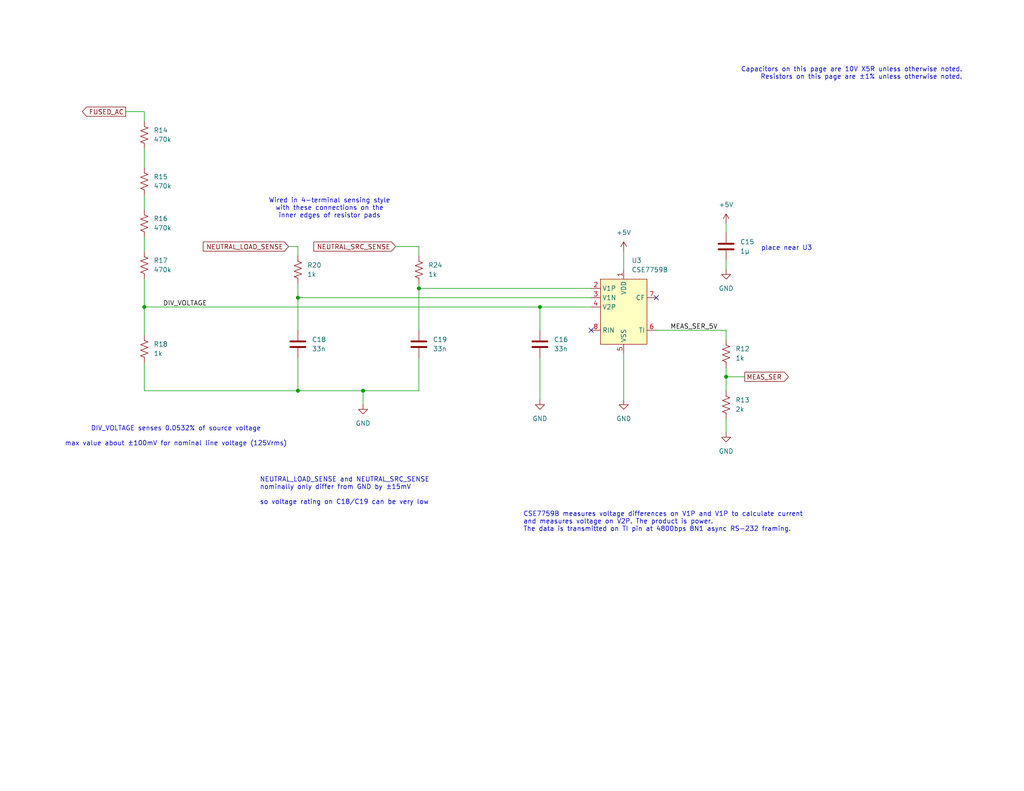
<source format=kicad_sch>
(kicad_sch (version 20250114) (generator "eeschema") (generator_version "9.0")
  (paper "USLetter")
  (title_block (date "2025-08-17") (rev "a"))
  (lib_symbols
    (symbol "Device:C" (pin_numbers (hide yes)) (pin_names (offset 0.254))
      (property "Reference" "C" (at 0.635 2.54 0))
      (property "Value" "C" (at 0.635 -2.54 0))
      (symbol "C_0_1"
        (polyline (pts (xy -2.032 0.762) (xy 2.032 0.762)) (stroke (width 0.508)))
        (polyline (pts (xy -2.032 -0.762) (xy 2.032 -0.762)) (stroke (width 0.508)))
      )
      (symbol "C_1_1"
        (pin passive line (at 0 3.81 270) (length 2.794) (name "~") (number "1"))
        (pin passive line (at 0 -3.81 90) (length 2.794) (name "~") (number "2"))
      )
    )
    (symbol "Device:R_US" (pin_numbers (hide yes)) (pin_names (offset 0))
      (property "Reference" "R" (at 2.54 0 90))
      (property "Value" "R_US" (at -2.54 0 90))
      (symbol "R_US_0_1"
        (polyline (pts (xy 0 2.286) (xy 0 2.54)))
        (polyline (pts (xy 0 2.286) (xy 1.016 1.905) (xy 0 1.524) (xy -1.016 1.143) (xy 0 0.762)))
        (polyline (pts (xy 0 0.762) (xy 1.016 0.381) (xy 0 0) (xy -1.016 -0.381) (xy 0 -0.762)))
        (polyline (pts (xy 0 -0.762) (xy 1.016 -1.143) (xy 0 -1.524) (xy -1.016 -1.905) (xy 0 -2.286)))
        (polyline (pts (xy 0 -2.286) (xy 0 -2.54)))
      )
      (symbol "R_US_1_1"
        (pin passive line (at 0 3.81 270) (length 1.27) (name "~") (number "1"))
        (pin passive line (at 0 -3.81 90) (length 1.27) (name "~") (number "2"))
      )
    )
    (symbol "designspecific:CSE7759B"
      (property "Reference" "U" (at 0 0 0))
      (property "Value" "CSE7759B" (at 0 0 0))
      (symbol "CSE7759B_1_1"
        (rectangle (start -6.35 8.89) (end 6.35 -8.89) (fill (type background)))
        (pin passive line (at -8.89 6.35 0) (length 2.54) (name "V1P") (number "2"))
        (pin passive line (at -8.89 3.81 0) (length 2.54) (name "V1N") (number "3"))
        (pin passive line (at -8.89 1.27 0) (length 2.54) (name "V2P") (number "4"))
        (pin input line (at -8.89 -5.08 0) (length 2.54) (name "RIN") (number "8"))
        (pin power_in line (at 0 11.43 270) (length 2.54) (name "VDD") (number "1"))
        (pin power_in line (at 0 -11.43 90) (length 2.54) (name "VSS") (number "5"))
        (pin output line (at 8.89 3.81 180) (length 2.54) (name "CF") (number "7"))
        (pin output line (at 8.89 -5.08 180) (length 2.54) (name "TI") (number "6"))
      )
    )
    (symbol "power:+5V" (power) (pin_numbers (hide yes)) (pin_names (offset 0) (hide yes))
      (property "Value" "+5V" (at 0 3.556 0))
      (symbol "+5V_0_1"
        (polyline (pts (xy -0.762 1.27) (xy 0 2.54)))
        (polyline (pts (xy 0 2.54) (xy 0.762 1.27)))
        (polyline (pts (xy 0 0) (xy 0 2.54)))
      )
      (symbol "+5V_1_1"
        (pin power_in line (at 0 0 90) (length 0) (name "~") (number "1"))
      )
    )
    (symbol "power:GND" (power) (pin_numbers (hide yes)) (pin_names (offset 0) (hide yes))
      (property "Value" "GND" (at 0 -3.81 0))
      (symbol "GND_0_1"
        (polyline (pts (xy 0 0) (xy 0 -1.27) (xy 1.27 -1.27) (xy 0 -2.54) (xy -1.27 -1.27) (xy 0 -1.27)))
      )
      (symbol "GND_1_1"
        (pin power_in line (at 0 0 270) (length 0) (name "~") (number "1"))
      )
    )
  )
  (text "NEUTRAL_LOAD_SENSE and NEUTRAL_SRC_SENSE\nnominally only differ from GND by ±15mV\n\nso voltage rating on C18/C19 can be very low" (at 70.866 134.112 0) (effects (font (size 1.27 1.27)) (justify left)))
  (text "Capacitors on this page are 10V X5R unless otherwise noted.\nResistors on this page are ±1% unless otherwise noted." (at 262.636 20.066 0) (effects (font (size 1.27 1.27)) (justify right)))
  (text "place near U3" (at 214.63 67.818 0) (effects (font (size 1.27 1.27))))
  (text "Wired in 4-terminal sensing style\nwith these connections on the\ninner edges of resistor pads" (at 89.916 56.896 0) (effects (font (size 1.27 1.27))))
  (text "CSE7759B measures voltage differences on V1P and V1P to calculate current\nand measures voltage on V2P. The product is power.\nThe data is transmitted on TI pin at 4800bps 8N1 async RS-232 framing." (at 142.748 142.494 0) (effects (font (size 1.27 1.27)) (justify left)))
  (text "DIV_VOLTAGE senses 0.0532% of source voltage\n\nmax value about ±100mV for nominal line voltage (125Vrms)" (at 48.006 119.126 0) (effects (font (size 1.27 1.27))))
  (junction (at 147.32 83.82))
  (junction (at 114.3 78.74))
  (junction (at 39.37 83.82))
  (junction (at 81.28 106.68))
  (junction (at 99.06 106.68))
  (junction (at 198.12 102.87))
  (junction (at 81.28 81.28))
  (no_connect (at 179.07 81.28))
  (no_connect (at 161.29 90.17))
  (wire (pts (xy 81.28 97.79) (xy 81.28 106.68)))
  (wire (pts (xy 39.37 40.64) (xy 39.37 45.72)))
  (wire (pts (xy 147.32 97.79) (xy 147.32 109.22)))
  (wire (pts (xy 81.28 81.28) (xy 81.28 90.17)))
  (wire (pts (xy 39.37 76.2) (xy 39.37 83.82)))
  (wire (pts (xy 99.06 106.68) (xy 81.28 106.68)))
  (wire (pts (xy 78.74 67.31) (xy 81.28 67.31)))
  (wire (pts (xy 147.32 83.82) (xy 161.29 83.82)))
  (wire (pts (xy 81.28 67.31) (xy 81.28 69.85)))
  (wire (pts (xy 39.37 83.82) (xy 39.37 91.44)))
  (wire (pts (xy 147.32 83.82) (xy 147.32 90.17)))
  (wire (pts (xy 170.18 68.58) (xy 170.18 73.66)))
  (wire (pts (xy 198.12 71.12) (xy 198.12 73.66)))
  (wire (pts (xy 198.12 60.96) (xy 198.12 63.5)))
  (wire (pts (xy 39.37 53.34) (xy 39.37 57.15)))
  (wire (pts (xy 198.12 102.87) (xy 198.12 106.68)))
  (wire (pts (xy 198.12 114.3) (xy 198.12 118.11)))
  (wire (pts (xy 34.29 30.48) (xy 39.37 30.48)))
  (wire (pts (xy 39.37 99.06) (xy 39.37 106.68)))
  (wire (pts (xy 39.37 30.48) (xy 39.37 33.02)))
  (wire (pts (xy 114.3 78.74) (xy 161.29 78.74)))
  (wire (pts (xy 114.3 67.31) (xy 114.3 69.85)))
  (wire (pts (xy 81.28 81.28) (xy 161.29 81.28)))
  (wire (pts (xy 114.3 78.74) (xy 114.3 90.17)))
  (wire (pts (xy 198.12 90.17) (xy 198.12 92.71)))
  (wire (pts (xy 114.3 77.47) (xy 114.3 78.74)))
  (wire (pts (xy 198.12 100.33) (xy 198.12 102.87)))
  (wire (pts (xy 114.3 67.31) (xy 107.95 67.31)))
  (wire (pts (xy 99.06 106.68) (xy 99.06 110.49)))
  (wire (pts (xy 39.37 64.77) (xy 39.37 68.58)))
  (wire (pts (xy 81.28 77.47) (xy 81.28 81.28)))
  (wire (pts (xy 179.07 90.17) (xy 198.12 90.17)))
  (wire (pts (xy 198.12 102.87) (xy 203.2 102.87)))
  (wire (pts (xy 114.3 97.79) (xy 114.3 106.68)))
  (wire (pts (xy 170.18 96.52) (xy 170.18 109.22)))
  (wire (pts (xy 114.3 106.68) (xy 99.06 106.68)))
  (wire (pts (xy 81.28 106.68) (xy 39.37 106.68)))
  (wire (pts (xy 39.37 83.82) (xy 147.32 83.82)))
  (label "DIV_VOLTAGE" (at 44.45 83.82 0))
  (label "MEAS_SER_5V" (at 182.88 90.17 0))
  (global_label "NEUTRAL_LOAD_SENSE" (shape input) (at 78.74 67.31 180) (property "Intersheetrefs" "${INTERSHEET_REFS}" (effects (hide yes))))
  (global_label "MEAS_SER" (shape output) (at 203.2 102.87 0) (property "Intersheetrefs" "${INTERSHEET_REFS}" (effects (hide yes))))
  (global_label "NEUTRAL_SRC_SENSE" (shape input) (at 107.95 67.31 180) (property "Intersheetrefs" "${INTERSHEET_REFS}" (effects (hide yes))))
  (global_label "FUSED_AC" (shape output) (at 34.29 30.48 180) (property "Intersheetrefs" "${INTERSHEET_REFS}" (effects (hide yes))))
  (symbol (lib_id "Device:R_US") (at 39.37 36.83 180) (unit 1)
    (property "Reference" "R14" (at 41.91 35.5599 0) (effects (justify right)))
    (property "Value" "470k" (at 41.91 38.0999 0) (effects (justify right)))
    (property "Footprint" "Resistor_SMD:R_0805_2012Metric" (effects (hide yes)))
    (property "Description" "Resistor, US symbol" (effects (hide yes)))
  )
  (symbol (lib_id "power:GND") (at 99.06 110.49 0) (unit 1)
    (property "Reference" "#PWR06" (effects (hide yes)))
    (property "Value" "GND" (at 99.06 115.57 0))
    (property "Description" "Power symbol creates a global label with name \"GND\" , ground" (effects (hide yes)))
  )
  (symbol (lib_id "Device:R_US") (at 198.12 110.49 0) (unit 1)
    (property "Reference" "R13" (at 200.66 109.2199 0) (effects (justify left)))
    (property "Value" "2k" (at 200.66 111.7599 0) (effects (justify left)))
    (property "Footprint" "Resistor_SMD:R_0402_1005Metric" (effects (hide yes)))
    (property "Description" "Resistor, US symbol" (effects (hide yes)))
  )
  (symbol (lib_id "Device:C") (at 147.32 93.98 0) (unit 1)
    (property "Reference" "C16" (at 151.13 92.7099 0) (effects (justify left)))
    (property "Value" "33n" (at 151.13 95.2499 0) (effects (justify left)))
    (property "Footprint" "Capacitor_SMD:C_0402_1005Metric" (effects (hide yes)))
    (property "Description" "Unpolarized capacitor" (effects (hide yes)))
  )
  (symbol (lib_id "Device:C") (at 198.12 67.31 0) (unit 1)
    (property "Reference" "C15" (at 201.93 66.0399 0) (effects (justify left)))
    (property "Value" "1µ" (at 201.93 68.5799 0) (effects (justify left)))
    (property "Footprint" "Capacitor_SMD:C_0402_1005Metric" (effects (hide yes)))
    (property "Description" "Unpolarized capacitor" (effects (hide yes)))
  )
  (symbol (lib_id "Device:R_US") (at 39.37 49.53 180) (unit 1)
    (property "Reference" "R15" (at 41.91 48.2599 0) (effects (justify right)))
    (property "Value" "470k" (at 41.91 50.7999 0) (effects (justify right)))
    (property "Footprint" "Resistor_SMD:R_0805_2012Metric" (effects (hide yes)))
    (property "Description" "Resistor, US symbol" (effects (hide yes)))
  )
  (symbol (lib_id "Device:R_US") (at 81.28 73.66 0) (unit 1)
    (property "Reference" "R20" (at 83.82 72.3899 0) (effects (justify left)))
    (property "Value" "1k" (at 83.82 74.9299 0) (effects (justify left)))
    (property "Footprint" "Resistor_SMD:R_0402_1005Metric" (effects (hide yes)))
    (property "Description" "Resistor, US symbol" (effects (hide yes)))
  )
  (symbol (lib_id "power:+5V") (at 198.12 60.96 0) (unit 1)
    (property "Reference" "#PWR012" (effects (hide yes)))
    (property "Value" "+5V" (at 198.12 55.88 0))
    (property "Description" "Power symbol creates a global label with name \"+5V\"" (effects (hide yes)))
  )
  (symbol (lib_id "power:GND") (at 147.32 109.22 0) (unit 1)
    (property "Reference" "#PWR05" (effects (hide yes)))
    (property "Value" "GND" (at 147.32 114.3 0))
    (property "Description" "Power symbol creates a global label with name \"GND\" , ground" (effects (hide yes)))
  )
  (symbol (lib_id "Device:R_US") (at 39.37 60.96 180) (unit 1)
    (property "Reference" "R16" (at 41.91 59.6899 0) (effects (justify right)))
    (property "Value" "470k" (at 41.91 62.2299 0) (effects (justify right)))
    (property "Footprint" "Resistor_SMD:R_0805_2012Metric" (effects (hide yes)))
    (property "Description" "Resistor, US symbol" (effects (hide yes)))
  )
  (symbol (lib_id "power:GND") (at 198.12 73.66 0) (unit 1)
    (property "Reference" "#PWR04" (effects (hide yes)))
    (property "Value" "GND" (at 198.12 78.74 0))
    (property "Description" "Power symbol creates a global label with name \"GND\" , ground" (effects (hide yes)))
  )
  (symbol (lib_id "power:GND") (at 198.12 118.11 0) (unit 1)
    (property "Reference" "#PWR019" (effects (hide yes)))
    (property "Value" "GND" (at 198.12 123.19 0))
    (property "Description" "Power symbol creates a global label with name \"GND\" , ground" (effects (hide yes)))
  )
  (symbol (lib_id "Device:C") (at 114.3 93.98 0) (unit 1)
    (property "Reference" "C19" (at 118.11 92.7099 0) (effects (justify left)))
    (property "Value" "33n" (at 118.11 95.2499 0) (effects (justify left)))
    (property "Footprint" "Capacitor_SMD:C_0402_1005Metric" (effects (hide yes)))
    (property "Description" "Unpolarized capacitor" (effects (hide yes)))
  )
  (symbol (lib_id "power:GND") (at 170.18 109.22 0) (unit 1)
    (property "Reference" "#PWR02" (effects (hide yes)))
    (property "Value" "GND" (at 170.18 114.3 0))
    (property "Description" "Power symbol creates a global label with name \"GND\" , ground" (effects (hide yes)))
  )
  (symbol (lib_id "Device:R_US") (at 114.3 73.66 0) (unit 1)
    (property "Reference" "R24" (at 116.84 72.3899 0) (effects (justify left)))
    (property "Value" "1k" (at 116.84 74.9299 0) (effects (justify left)))
    (property "Footprint" "Resistor_SMD:R_0402_1005Metric" (effects (hide yes)))
    (property "Description" "Resistor, US symbol" (effects (hide yes)))
  )
  (symbol (lib_id "designspecific:CSE7759B") (at 170.18 85.09 0) (unit 1)
    (property "Reference" "U3" (at 172.3233 71.12 0) (effects (justify left)))
    (property "Value" "CSE7759B" (at 172.3233 73.66 0) (effects (justify left)))
    (property "Footprint" "Package_SO:SO-8_3.9x4.9mm_P1.27mm" (effects (hide yes)))
    (property "Datasheet" "https://lcsc.com/datasheet/lcsc_datasheet_2312012011_CHIPSEA-CSE7759B_C19274461.pdf" (effects (hide yes)))
    (property "Description" "energy meter,calibration-free,SO-8" (effects (hide yes)))
  )
  (symbol (lib_id "Device:C") (at 81.28 93.98 0) (unit 1)
    (property "Reference" "C18" (at 85.09 92.7099 0) (effects (justify left)))
    (property "Value" "33n" (at 85.09 95.2499 0) (effects (justify left)))
    (property "Footprint" "Capacitor_SMD:C_0402_1005Metric" (effects (hide yes)))
    (property "Description" "Unpolarized capacitor" (effects (hide yes)))
  )
  (symbol (lib_id "Device:R_US") (at 39.37 72.39 180) (unit 1)
    (property "Reference" "R17" (at 41.91 71.1199 0) (effects (justify right)))
    (property "Value" "470k" (at 41.91 73.6599 0) (effects (justify right)))
    (property "Footprint" "Resistor_SMD:R_0805_2012Metric" (effects (hide yes)))
    (property "Description" "Resistor, US symbol" (effects (hide yes)))
  )
  (symbol (lib_id "Device:R_US") (at 198.12 96.52 0) (unit 1)
    (property "Reference" "R12" (at 200.66 95.2499 0) (effects (justify left)))
    (property "Value" "1k" (at 200.66 97.7899 0) (effects (justify left)))
    (property "Footprint" "Resistor_SMD:R_0402_1005Metric" (effects (hide yes)))
    (property "Description" "Resistor, US symbol" (effects (hide yes)))
  )
  (symbol (lib_id "power:+5V") (at 170.18 68.58 0) (unit 1)
    (property "Reference" "#PWR01" (effects (hide yes)))
    (property "Value" "+5V" (at 170.18 63.5 0))
    (property "Description" "Power symbol creates a global label with name \"+5V\"" (effects (hide yes)))
  )
  (symbol (lib_id "Device:R_US") (at 39.37 95.25 180) (unit 1)
    (property "Reference" "R18" (at 41.91 93.9799 0) (effects (justify right)))
    (property "Value" "1k" (at 41.91 96.5199 0) (effects (justify right)))
    (property "Footprint" "Resistor_SMD:R_0402_1005Metric" (effects (hide yes)))
    (property "Description" "Resistor, US symbol" (effects (hide yes)))
  )
)
</source>
